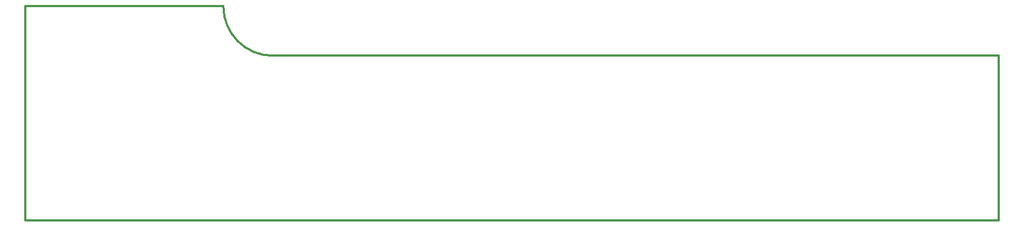
<source format=gbr>
G04 #@! TF.GenerationSoftware,KiCad,Pcbnew,(5.1.6-0-10_14)*
G04 #@! TF.CreationDate,2020-09-27T23:01:40+01:00*
G04 #@! TF.ProjectId,PSUExtensionBoard,50535545-7874-4656-9e73-696f6e426f61,rev?*
G04 #@! TF.SameCoordinates,Original*
G04 #@! TF.FileFunction,Profile,NP*
%FSLAX46Y46*%
G04 Gerber Fmt 4.6, Leading zero omitted, Abs format (unit mm)*
G04 Created by KiCad (PCBNEW (5.1.6-0-10_14)) date 2020-09-27 23:01:40*
%MOMM*%
%LPD*%
G01*
G04 APERTURE LIST*
G04 #@! TA.AperFunction,Profile*
%ADD10C,0.300000*%
G04 #@! TD*
G04 APERTURE END LIST*
D10*
X48260000Y-81280000D02*
X78740000Y-81280000D01*
X86360000Y-88900000D02*
X198120000Y-88900000D01*
X86360000Y-88900000D02*
G75*
G02*
X78740000Y-81280000I0J7620000D01*
G01*
X48260000Y-114300000D02*
X48260000Y-81280000D01*
X198120000Y-114300000D02*
X48260000Y-114300000D01*
X198120000Y-88900000D02*
X198120000Y-114300000D01*
M02*

</source>
